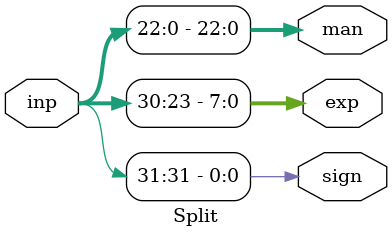
<source format=v>
module Split(input [31:0]inp, output sign, output [7:0]exp, output [22:0]man);
    assign sign = inp[31];
    assign exp = inp [30:23];
    assign man = inp[22:0];
endmodule
</source>
